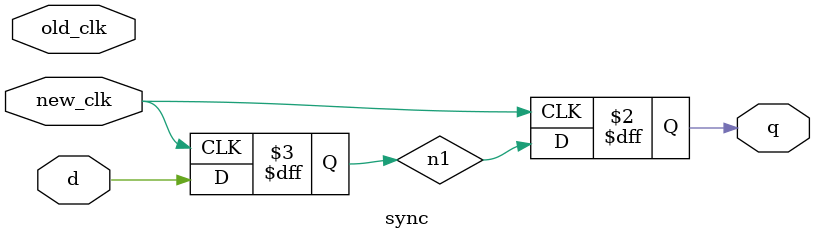
<source format=sv>


module sync(
    input logic old_clk,
    input logic new_clk,
    input logic d,
    output logic q);

    logic n1;

    always_ff @(posedge new_clk) begin
        n1 <= d;
        q <= n1;
    end 
endmodule

</source>
